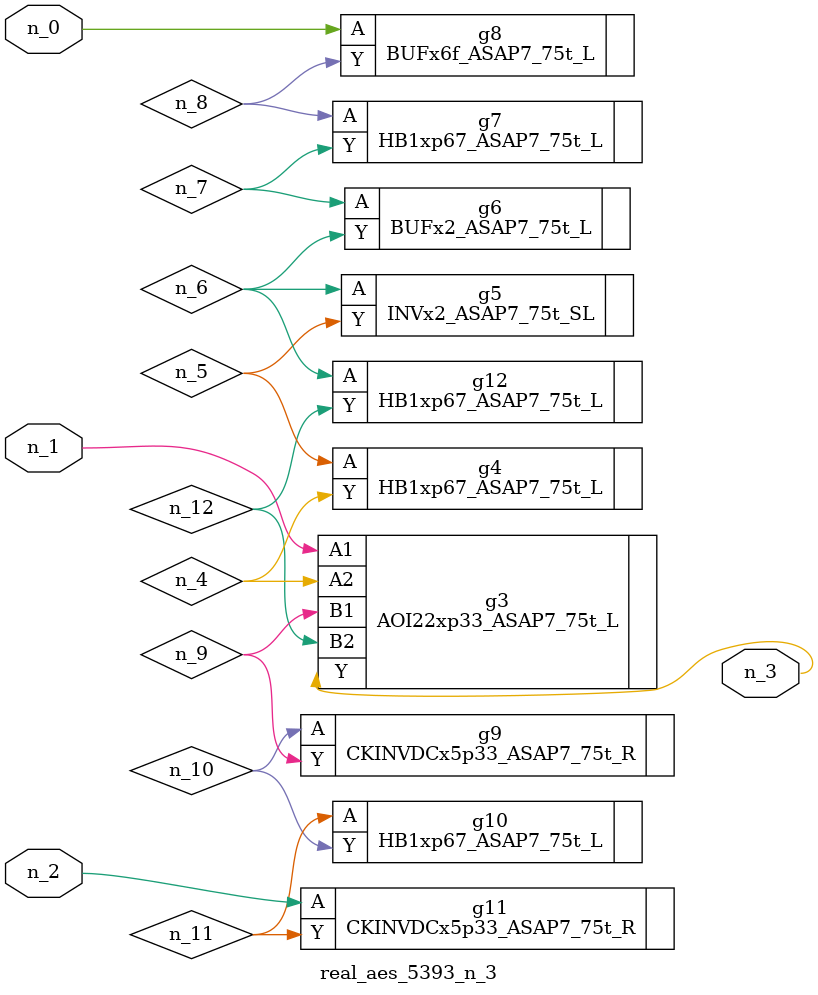
<source format=v>
module real_aes_5393_n_3 (n_0, n_2, n_1, n_3);
input n_0;
input n_2;
input n_1;
output n_3;
wire n_4;
wire n_5;
wire n_7;
wire n_9;
wire n_12;
wire n_6;
wire n_8;
wire n_10;
wire n_11;
BUFx6f_ASAP7_75t_L g8 ( .A(n_0), .Y(n_8) );
AOI22xp33_ASAP7_75t_L g3 ( .A1(n_1), .A2(n_4), .B1(n_9), .B2(n_12), .Y(n_3) );
CKINVDCx5p33_ASAP7_75t_R g11 ( .A(n_2), .Y(n_11) );
HB1xp67_ASAP7_75t_L g4 ( .A(n_5), .Y(n_4) );
INVx2_ASAP7_75t_SL g5 ( .A(n_6), .Y(n_5) );
HB1xp67_ASAP7_75t_L g12 ( .A(n_6), .Y(n_12) );
BUFx2_ASAP7_75t_L g6 ( .A(n_7), .Y(n_6) );
HB1xp67_ASAP7_75t_L g7 ( .A(n_8), .Y(n_7) );
CKINVDCx5p33_ASAP7_75t_R g9 ( .A(n_10), .Y(n_9) );
HB1xp67_ASAP7_75t_L g10 ( .A(n_11), .Y(n_10) );
endmodule
</source>
